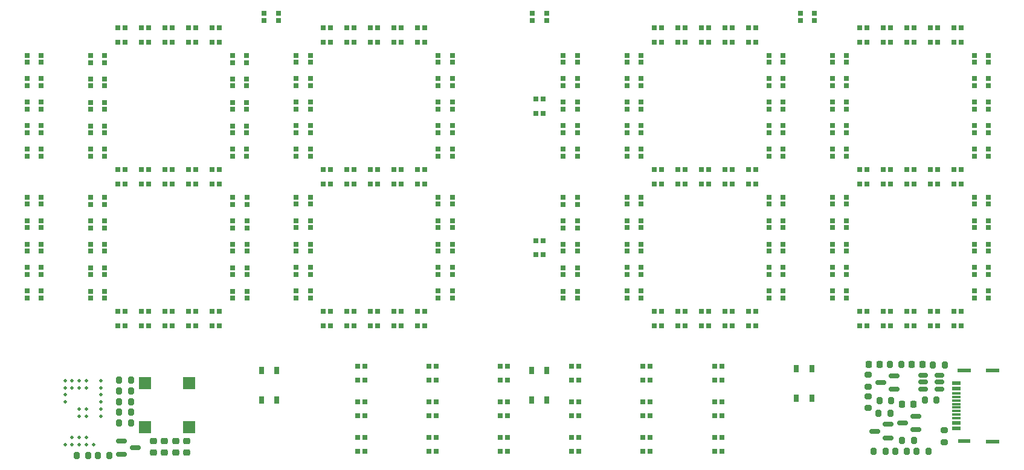
<source format=gbr>
%TF.GenerationSoftware,KiCad,Pcbnew,8.0.2*%
%TF.CreationDate,2024-12-18T00:09:30-05:00*%
%TF.ProjectId,Scoreboard,53636f72-6562-46f6-9172-642e6b696361,rev?*%
%TF.SameCoordinates,Original*%
%TF.FileFunction,Paste,Top*%
%TF.FilePolarity,Positive*%
%FSLAX46Y46*%
G04 Gerber Fmt 4.6, Leading zero omitted, Abs format (unit mm)*
G04 Created by KiCad (PCBNEW 8.0.2) date 2024-12-18 00:09:30*
%MOMM*%
%LPD*%
G01*
G04 APERTURE LIST*
G04 Aperture macros list*
%AMRoundRect*
0 Rectangle with rounded corners*
0 $1 Rounding radius*
0 $2 $3 $4 $5 $6 $7 $8 $9 X,Y pos of 4 corners*
0 Add a 4 corners polygon primitive as box body*
4,1,4,$2,$3,$4,$5,$6,$7,$8,$9,$2,$3,0*
0 Add four circle primitives for the rounded corners*
1,1,$1+$1,$2,$3*
1,1,$1+$1,$4,$5*
1,1,$1+$1,$6,$7*
1,1,$1+$1,$8,$9*
0 Add four rect primitives between the rounded corners*
20,1,$1+$1,$2,$3,$4,$5,0*
20,1,$1+$1,$4,$5,$6,$7,0*
20,1,$1+$1,$6,$7,$8,$9,0*
20,1,$1+$1,$8,$9,$2,$3,0*%
G04 Aperture macros list end*
%ADD10R,0.750000X0.710001*%
%ADD11R,0.710001X0.750000*%
%ADD12RoundRect,0.200000X-0.200000X-0.275000X0.200000X-0.275000X0.200000X0.275000X-0.200000X0.275000X0*%
%ADD13RoundRect,0.200000X0.200000X0.275000X-0.200000X0.275000X-0.200000X-0.275000X0.200000X-0.275000X0*%
%ADD14R,0.650000X1.050000*%
%ADD15R,1.150000X0.600000*%
%ADD16R,1.150000X0.300000*%
%ADD17R,1.700000X0.600000*%
%ADD18R,1.900000X0.600000*%
%ADD19RoundRect,0.200000X0.275000X-0.200000X0.275000X0.200000X-0.275000X0.200000X-0.275000X-0.200000X0*%
%ADD20RoundRect,0.225000X-0.250000X0.225000X-0.250000X-0.225000X0.250000X-0.225000X0.250000X0.225000X0*%
%ADD21RoundRect,0.225000X0.225000X0.250000X-0.225000X0.250000X-0.225000X-0.250000X0.225000X-0.250000X0*%
%ADD22R,1.800000X1.800000*%
%ADD23RoundRect,0.150000X-0.512500X-0.150000X0.512500X-0.150000X0.512500X0.150000X-0.512500X0.150000X0*%
%ADD24C,0.500000*%
%ADD25RoundRect,0.218750X0.218750X0.256250X-0.218750X0.256250X-0.218750X-0.256250X0.218750X-0.256250X0*%
%ADD26RoundRect,0.150000X0.587500X0.150000X-0.587500X0.150000X-0.587500X-0.150000X0.587500X-0.150000X0*%
%ADD27RoundRect,0.225000X-0.225000X-0.250000X0.225000X-0.250000X0.225000X0.250000X-0.225000X0.250000X0*%
%ADD28RoundRect,0.225000X0.250000X-0.225000X0.250000X0.225000X-0.250000X0.225000X-0.250000X-0.225000X0*%
%ADD29RoundRect,0.150000X-0.587500X-0.150000X0.587500X-0.150000X0.587500X0.150000X-0.587500X0.150000X0*%
G04 APERTURE END LIST*
D10*
%TO.C,D117*%
X116440000Y-104795000D03*
X116440000Y-105805000D03*
X118440000Y-105805000D03*
X118440000Y-104795000D03*
%TD*%
%TO.C,D157*%
X173705000Y-112400000D03*
X173705000Y-111390000D03*
X171705000Y-111390000D03*
X171705000Y-112400000D03*
%TD*%
%TO.C,D89*%
X220395000Y-104790000D03*
X220395000Y-105800000D03*
X222395000Y-105800000D03*
X222395000Y-104790000D03*
%TD*%
%TO.C,D119*%
X116440000Y-114695000D03*
X116440000Y-115705000D03*
X118440000Y-115705000D03*
X118440000Y-114695000D03*
%TD*%
D11*
%TO.C,D139*%
X139095000Y-102950000D03*
X140105000Y-102950000D03*
X140105000Y-100950000D03*
X139095000Y-100950000D03*
%TD*%
D12*
%TO.C,R10*%
X210275000Y-158850000D03*
X211925000Y-158850000D03*
%TD*%
D13*
%TO.C,R2*%
X215100000Y-153150000D03*
X213450000Y-153150000D03*
%TD*%
D10*
%TO.C,D6*%
X89655000Y-125700000D03*
X89655000Y-124690000D03*
X87655000Y-124690000D03*
X87655000Y-125700000D03*
%TD*%
%TO.C,D43*%
X173705000Y-115700000D03*
X173705000Y-114690000D03*
X171705000Y-114690000D03*
X171705000Y-115700000D03*
%TD*%
%TO.C,D69*%
X202505000Y-105800000D03*
X202505000Y-104790000D03*
X200505000Y-104790000D03*
X200505000Y-105800000D03*
%TD*%
D11*
%TO.C,D24*%
X164985000Y-158400000D03*
X163975000Y-158400000D03*
X163975000Y-160400000D03*
X164985000Y-160400000D03*
%TD*%
D10*
%TO.C,D4*%
X89655000Y-115700000D03*
X89655000Y-114690000D03*
X87655000Y-114690000D03*
X87655000Y-115700000D03*
%TD*%
%TO.C,D151*%
X145245000Y-134590000D03*
X145245000Y-135600000D03*
X147245000Y-135600000D03*
X147245000Y-134590000D03*
%TD*%
D11*
%TO.C,D79*%
X205360000Y-140745000D03*
X204350000Y-140745000D03*
X204350000Y-142745000D03*
X205360000Y-142745000D03*
%TD*%
%TO.C,D106*%
X114600000Y-120850000D03*
X113590000Y-120850000D03*
X113590000Y-122850000D03*
X114600000Y-122850000D03*
%TD*%
D10*
%TO.C,D33*%
X162805000Y-117990000D03*
X162805000Y-119000000D03*
X164805000Y-119000000D03*
X164805000Y-117990000D03*
%TD*%
D11*
%TO.C,D114*%
X113595000Y-102950000D03*
X114605000Y-102950000D03*
X114605000Y-100950000D03*
X113595000Y-100950000D03*
%TD*%
%TO.C,D12*%
X134985000Y-158400000D03*
X133975000Y-158400000D03*
X133975000Y-160400000D03*
X134985000Y-160400000D03*
%TD*%
D10*
%TO.C,D152*%
X145245000Y-137890000D03*
X145245000Y-138900000D03*
X147245000Y-138900000D03*
X147245000Y-137890000D03*
%TD*%
D11*
%TO.C,D181*%
X135800000Y-122835000D03*
X136810000Y-122835000D03*
X136810000Y-120835000D03*
X135800000Y-120835000D03*
%TD*%
D10*
%TO.C,D130*%
X127355000Y-129000000D03*
X127355000Y-127990000D03*
X125355000Y-127990000D03*
X125355000Y-129000000D03*
%TD*%
%TO.C,D120*%
X116440000Y-117995000D03*
X116440000Y-119005000D03*
X118440000Y-119005000D03*
X118440000Y-117995000D03*
%TD*%
%TO.C,D95*%
X220405000Y-134590000D03*
X220405000Y-135600000D03*
X222405000Y-135600000D03*
X222405000Y-134590000D03*
%TD*%
%TO.C,D30*%
X162805000Y-104790000D03*
X162805000Y-105800000D03*
X164805000Y-105800000D03*
X164805000Y-104790000D03*
%TD*%
%TO.C,D47*%
X173705000Y-135600000D03*
X173705000Y-134590000D03*
X171705000Y-134590000D03*
X171705000Y-135600000D03*
%TD*%
D11*
%TO.C,D135*%
X130210000Y-140745000D03*
X129200000Y-140745000D03*
X129200000Y-142745000D03*
X130210000Y-142745000D03*
%TD*%
D10*
%TO.C,D154*%
X89655000Y-132300000D03*
X89655000Y-131290000D03*
X87655000Y-131290000D03*
X87655000Y-132300000D03*
%TD*%
%TO.C,D127*%
X127355000Y-115700000D03*
X127355000Y-114690000D03*
X125355000Y-114690000D03*
X125355000Y-115700000D03*
%TD*%
D11*
%TO.C,D83*%
X214255000Y-102940000D03*
X215265000Y-102940000D03*
X215265000Y-100940000D03*
X214255000Y-100940000D03*
%TD*%
D14*
%TO.C,SW3*%
X158375000Y-153200000D03*
X158375000Y-149050000D03*
X160525000Y-153200000D03*
X160525000Y-149050000D03*
%TD*%
D12*
%TO.C,R4*%
X214625000Y-148225000D03*
X216275000Y-148225000D03*
%TD*%
D10*
%TO.C,D70*%
X202505000Y-109100000D03*
X202505000Y-108090000D03*
X200505000Y-108090000D03*
X200505000Y-109100000D03*
%TD*%
D11*
%TO.C,D23*%
X164985000Y-148400000D03*
X163975000Y-148400000D03*
X163975000Y-150400000D03*
X164985000Y-150400000D03*
%TD*%
D10*
%TO.C,D7*%
X89655000Y-129000000D03*
X89655000Y-127990000D03*
X87655000Y-127990000D03*
X87655000Y-129000000D03*
%TD*%
%TO.C,D92*%
X220395000Y-117990000D03*
X220395000Y-119000000D03*
X222395000Y-119000000D03*
X222395000Y-117990000D03*
%TD*%
D11*
%TO.C,D168*%
X211960000Y-140745000D03*
X210950000Y-140745000D03*
X210950000Y-142745000D03*
X211960000Y-142745000D03*
%TD*%
D10*
%TO.C,D147*%
X145255000Y-114690000D03*
X145255000Y-115700000D03*
X147255000Y-115700000D03*
X147255000Y-114690000D03*
%TD*%
D15*
%TO.C,J2*%
X217882500Y-157182500D03*
X217882500Y-156382500D03*
D16*
X217882500Y-155232500D03*
X217882500Y-154232500D03*
X217882500Y-153732500D03*
X217882500Y-152732500D03*
D15*
X217882500Y-150782500D03*
X217882500Y-151582500D03*
D16*
X217882500Y-152232500D03*
X217882500Y-153232500D03*
X217882500Y-154732500D03*
X217882500Y-155732500D03*
D17*
X218957500Y-158932500D03*
D18*
X219007500Y-149032500D03*
X223007500Y-158977500D03*
X223007500Y-149007500D03*
%TD*%
D11*
%TO.C,D25*%
X163975000Y-155400000D03*
X164985000Y-155400000D03*
X164985000Y-153400000D03*
X163975000Y-153400000D03*
%TD*%
%TO.C,D173*%
X106995000Y-102950000D03*
X108005000Y-102950000D03*
X108005000Y-100950000D03*
X106995000Y-100950000D03*
%TD*%
%TO.C,D16*%
X143975000Y-155400000D03*
X144985000Y-155400000D03*
X144985000Y-153400000D03*
X143975000Y-153400000D03*
%TD*%
D10*
%TO.C,D36*%
X162800000Y-134595000D03*
X162800000Y-135605000D03*
X164800000Y-135605000D03*
X164800000Y-134595000D03*
%TD*%
D11*
%TO.C,D40*%
X185005000Y-158400000D03*
X183995000Y-158400000D03*
X183995000Y-160400000D03*
X185005000Y-160400000D03*
%TD*%
%TO.C,D174*%
X108000000Y-120850000D03*
X106990000Y-120850000D03*
X106990000Y-122850000D03*
X108000000Y-122850000D03*
%TD*%
D10*
%TO.C,D34*%
X162800000Y-124695000D03*
X162800000Y-125705000D03*
X164800000Y-125705000D03*
X164800000Y-124695000D03*
%TD*%
%TO.C,D44*%
X173705000Y-119000000D03*
X173705000Y-117990000D03*
X171705000Y-117990000D03*
X171705000Y-119000000D03*
%TD*%
D11*
%TO.C,D19*%
X154985000Y-158400000D03*
X153975000Y-158400000D03*
X153975000Y-160400000D03*
X154985000Y-160400000D03*
%TD*%
D19*
%TO.C,R1*%
X216200000Y-159100000D03*
X216200000Y-157450000D03*
%TD*%
D10*
%TO.C,D156*%
X162800000Y-131295000D03*
X162800000Y-132305000D03*
X164800000Y-132305000D03*
X164800000Y-131295000D03*
%TD*%
D14*
%TO.C,SW1*%
X195475000Y-152950000D03*
X195475000Y-148800000D03*
X197625000Y-152950000D03*
X197625000Y-148800000D03*
%TD*%
D12*
%TO.C,R8*%
X207100000Y-153225000D03*
X208750000Y-153225000D03*
%TD*%
D10*
%TO.C,D13*%
X196025000Y-98920000D03*
X196025000Y-99930000D03*
X198025000Y-99930000D03*
X198025000Y-98920000D03*
%TD*%
%TO.C,D65*%
X191605000Y-124690000D03*
X191605000Y-125700000D03*
X193605000Y-125700000D03*
X193605000Y-124690000D03*
%TD*%
D11*
%TO.C,D87*%
X217550000Y-122845000D03*
X218560000Y-122845000D03*
X218560000Y-120845000D03*
X217550000Y-120845000D03*
%TD*%
%TO.C,D49*%
X175550000Y-102945000D03*
X176560000Y-102945000D03*
X176560000Y-100945000D03*
X175550000Y-100945000D03*
%TD*%
%TO.C,D38*%
X185005000Y-148400000D03*
X183995000Y-148400000D03*
X183995000Y-150400000D03*
X185005000Y-150400000D03*
%TD*%
D10*
%TO.C,D41*%
X173705000Y-105800000D03*
X173705000Y-104790000D03*
X171705000Y-104790000D03*
X171705000Y-105800000D03*
%TD*%
%TO.C,D31*%
X162805000Y-108090000D03*
X162805000Y-109100000D03*
X164805000Y-109100000D03*
X164805000Y-108090000D03*
%TD*%
D12*
%TO.C,R9*%
X206325000Y-160375000D03*
X207975000Y-160375000D03*
%TD*%
D10*
%TO.C,D100*%
X98550000Y-119005000D03*
X98550000Y-117995000D03*
X96550000Y-117995000D03*
X96550000Y-119005000D03*
%TD*%
%TO.C,D64*%
X191605000Y-117990000D03*
X191605000Y-119000000D03*
X193605000Y-119000000D03*
X193605000Y-117990000D03*
%TD*%
D20*
%TO.C,C5*%
X105350000Y-158950000D03*
X105350000Y-160500000D03*
%TD*%
D11*
%TO.C,D77*%
X204355000Y-102940000D03*
X205365000Y-102940000D03*
X205365000Y-100940000D03*
X204355000Y-100940000D03*
%TD*%
%TO.C,D60*%
X189760000Y-140745000D03*
X188750000Y-140745000D03*
X188750000Y-142745000D03*
X189760000Y-142745000D03*
%TD*%
D10*
%TO.C,D5*%
X89655000Y-119000000D03*
X89655000Y-117990000D03*
X87655000Y-117990000D03*
X87655000Y-119000000D03*
%TD*%
D13*
%TO.C,R16*%
X102225000Y-154900000D03*
X100575000Y-154900000D03*
%TD*%
D10*
%TO.C,D184*%
X145245000Y-131290000D03*
X145245000Y-132300000D03*
X147245000Y-132300000D03*
X147245000Y-131290000D03*
%TD*%
D11*
%TO.C,D15*%
X144985000Y-158400000D03*
X143975000Y-158400000D03*
X143975000Y-160400000D03*
X144985000Y-160400000D03*
%TD*%
%TO.C,D21*%
X158945000Y-112925000D03*
X159955000Y-112925000D03*
X159955000Y-110925000D03*
X158945000Y-110925000D03*
%TD*%
D12*
%TO.C,R11*%
X94575000Y-160950000D03*
X96225000Y-160950000D03*
%TD*%
D11*
%TO.C,D82*%
X208660000Y-140745000D03*
X207650000Y-140745000D03*
X207650000Y-142745000D03*
X208660000Y-142745000D03*
%TD*%
%TO.C,D59*%
X176555000Y-120850000D03*
X175545000Y-120850000D03*
X175545000Y-122850000D03*
X176555000Y-122850000D03*
%TD*%
D10*
%TO.C,D153*%
X89655000Y-112400000D03*
X89655000Y-111390000D03*
X87655000Y-111390000D03*
X87655000Y-112400000D03*
%TD*%
D11*
%TO.C,D115*%
X101400000Y-120850000D03*
X100390000Y-120850000D03*
X100390000Y-122850000D03*
X101400000Y-122850000D03*
%TD*%
D10*
%TO.C,D170*%
X220405000Y-131290000D03*
X220405000Y-132300000D03*
X222405000Y-132300000D03*
X222405000Y-131290000D03*
%TD*%
D11*
%TO.C,D112*%
X104700000Y-120850000D03*
X103690000Y-120850000D03*
X103690000Y-122850000D03*
X104700000Y-122850000D03*
%TD*%
%TO.C,D108*%
X103695000Y-102950000D03*
X104705000Y-102950000D03*
X104705000Y-100950000D03*
X103695000Y-100950000D03*
%TD*%
%TO.C,D11*%
X133975000Y-155400000D03*
X134985000Y-155400000D03*
X134985000Y-153400000D03*
X133975000Y-153400000D03*
%TD*%
%TO.C,D159*%
X182150000Y-102945000D03*
X183160000Y-102945000D03*
X183160000Y-100945000D03*
X182150000Y-100945000D03*
%TD*%
%TO.C,D26*%
X158945000Y-132800000D03*
X159955000Y-132800000D03*
X159955000Y-130800000D03*
X158945000Y-130800000D03*
%TD*%
D10*
%TO.C,D178*%
X127355000Y-112400000D03*
X127355000Y-111390000D03*
X125355000Y-111390000D03*
X125355000Y-112400000D03*
%TD*%
D19*
%TO.C,R6*%
X205550000Y-151300000D03*
X205550000Y-149650000D03*
%TD*%
D10*
%TO.C,D67*%
X191605000Y-134590000D03*
X191605000Y-135600000D03*
X193605000Y-135600000D03*
X193605000Y-134590000D03*
%TD*%
D11*
%TO.C,D142*%
X142395000Y-102950000D03*
X143405000Y-102950000D03*
X143405000Y-100950000D03*
X142395000Y-100950000D03*
%TD*%
%TO.C,D113*%
X111305000Y-140740000D03*
X110295000Y-140740000D03*
X110295000Y-142740000D03*
X111305000Y-142740000D03*
%TD*%
D10*
%TO.C,D42*%
X173705000Y-109100000D03*
X173705000Y-108090000D03*
X171705000Y-108090000D03*
X171705000Y-109100000D03*
%TD*%
D11*
%TO.C,D50*%
X189755000Y-120850000D03*
X188745000Y-120850000D03*
X188745000Y-122850000D03*
X189755000Y-122850000D03*
%TD*%
D10*
%TO.C,D123*%
X116450000Y-134595000D03*
X116450000Y-135605000D03*
X118450000Y-135605000D03*
X118450000Y-134595000D03*
%TD*%
D21*
%TO.C,C1*%
X207150000Y-148200000D03*
X205600000Y-148200000D03*
%TD*%
D11*
%TO.C,D167*%
X210950000Y-122845000D03*
X211960000Y-122845000D03*
X211960000Y-120845000D03*
X210950000Y-120845000D03*
%TD*%
D13*
%TO.C,R15*%
X102225000Y-156400000D03*
X100575000Y-156400000D03*
%TD*%
D10*
%TO.C,D103*%
X98550000Y-135605000D03*
X98550000Y-134595000D03*
X96550000Y-134595000D03*
X96550000Y-135605000D03*
%TD*%
D11*
%TO.C,D51*%
X176560000Y-140745000D03*
X175550000Y-140745000D03*
X175550000Y-142745000D03*
X176560000Y-142745000D03*
%TD*%
%TO.C,D182*%
X136810000Y-140745000D03*
X135800000Y-140745000D03*
X135800000Y-142745000D03*
X136810000Y-142745000D03*
%TD*%
D10*
%TO.C,D126*%
X127355000Y-109100000D03*
X127355000Y-108090000D03*
X125355000Y-108090000D03*
X125355000Y-109100000D03*
%TD*%
%TO.C,D8*%
X89655000Y-135600000D03*
X89655000Y-134590000D03*
X87655000Y-134590000D03*
X87655000Y-135600000D03*
%TD*%
D11*
%TO.C,D10*%
X134985000Y-148400000D03*
X133975000Y-148400000D03*
X133975000Y-150400000D03*
X134985000Y-150400000D03*
%TD*%
D10*
%TO.C,D124*%
X116450000Y-137895000D03*
X116450000Y-138905000D03*
X118450000Y-138905000D03*
X118450000Y-137895000D03*
%TD*%
%TO.C,D96*%
X220405000Y-137890000D03*
X220405000Y-138900000D03*
X222405000Y-138900000D03*
X222405000Y-137890000D03*
%TD*%
D22*
%TO.C,BZ1*%
X104175000Y-150825000D03*
X110325000Y-150825000D03*
X104175000Y-156975000D03*
X110325000Y-156975000D03*
%TD*%
D10*
%TO.C,D102*%
X98550000Y-129005000D03*
X98550000Y-127995000D03*
X96550000Y-127995000D03*
X96550000Y-129005000D03*
%TD*%
D11*
%TO.C,D175*%
X108005000Y-140740000D03*
X106995000Y-140740000D03*
X106995000Y-142740000D03*
X108005000Y-142740000D03*
%TD*%
D10*
%TO.C,D37*%
X162800000Y-137895000D03*
X162800000Y-138905000D03*
X164800000Y-138905000D03*
X164800000Y-137895000D03*
%TD*%
D12*
%TO.C,R7*%
X207000000Y-155075000D03*
X208650000Y-155075000D03*
%TD*%
D13*
%TO.C,R18*%
X102225000Y-150400000D03*
X100575000Y-150400000D03*
%TD*%
D10*
%TO.C,D146*%
X145255000Y-108090000D03*
X145255000Y-109100000D03*
X147255000Y-109100000D03*
X147255000Y-108090000D03*
%TD*%
D11*
%TO.C,D54*%
X179860000Y-140745000D03*
X178850000Y-140745000D03*
X178850000Y-142745000D03*
X179860000Y-142745000D03*
%TD*%
%TO.C,D134*%
X129200000Y-122835000D03*
X130210000Y-122835000D03*
X130210000Y-120835000D03*
X129200000Y-120835000D03*
%TD*%
D19*
%TO.C,R5*%
X205550000Y-154300000D03*
X205550000Y-152650000D03*
%TD*%
D10*
%TO.C,D131*%
X127355000Y-135600000D03*
X127355000Y-134590000D03*
X125355000Y-134590000D03*
X125355000Y-135600000D03*
%TD*%
D11*
%TO.C,D55*%
X185450000Y-102945000D03*
X186460000Y-102945000D03*
X186460000Y-100945000D03*
X185450000Y-100945000D03*
%TD*%
D10*
%TO.C,D94*%
X220405000Y-127990000D03*
X220405000Y-129000000D03*
X222405000Y-129000000D03*
X222405000Y-127990000D03*
%TD*%
%TO.C,D75*%
X202505000Y-135600000D03*
X202505000Y-134590000D03*
X200505000Y-134590000D03*
X200505000Y-135600000D03*
%TD*%
%TO.C,D145*%
X145255000Y-104790000D03*
X145255000Y-105800000D03*
X147255000Y-105800000D03*
X147255000Y-104790000D03*
%TD*%
%TO.C,D125*%
X127355000Y-105800000D03*
X127355000Y-104790000D03*
X125355000Y-104790000D03*
X125355000Y-105800000D03*
%TD*%
D11*
%TO.C,D166*%
X210955000Y-102940000D03*
X211965000Y-102940000D03*
X211965000Y-100940000D03*
X210955000Y-100940000D03*
%TD*%
%TO.C,D56*%
X179855000Y-120850000D03*
X178845000Y-120850000D03*
X178845000Y-122850000D03*
X179855000Y-122850000D03*
%TD*%
D10*
%TO.C,D66*%
X191605000Y-127990000D03*
X191605000Y-129000000D03*
X193605000Y-129000000D03*
X193605000Y-127990000D03*
%TD*%
D11*
%TO.C,D137*%
X132500000Y-122835000D03*
X133510000Y-122835000D03*
X133510000Y-120835000D03*
X132500000Y-120835000D03*
%TD*%
D12*
%TO.C,R3*%
X208550000Y-148200000D03*
X210200000Y-148200000D03*
%TD*%
D13*
%TO.C,R12*%
X210975000Y-160375000D03*
X209325000Y-160375000D03*
%TD*%
D10*
%TO.C,D104*%
X98550000Y-138905000D03*
X98550000Y-137895000D03*
X96550000Y-137895000D03*
X96550000Y-138905000D03*
%TD*%
%TO.C,D93*%
X220405000Y-124690000D03*
X220405000Y-125700000D03*
X222405000Y-125700000D03*
X222405000Y-124690000D03*
%TD*%
D11*
%TO.C,D29*%
X173975000Y-155400000D03*
X174985000Y-155400000D03*
X174985000Y-153400000D03*
X173975000Y-153400000D03*
%TD*%
%TO.C,D58*%
X188750000Y-102945000D03*
X189760000Y-102945000D03*
X189760000Y-100945000D03*
X188750000Y-100945000D03*
%TD*%
D10*
%TO.C,D3*%
X89655000Y-109100000D03*
X89655000Y-108090000D03*
X87655000Y-108090000D03*
X87655000Y-109100000D03*
%TD*%
D11*
%TO.C,D136*%
X132495000Y-102950000D03*
X133505000Y-102950000D03*
X133505000Y-100950000D03*
X132495000Y-100950000D03*
%TD*%
D23*
%TO.C,J3*%
X213275000Y-149725000D03*
X213275000Y-150675000D03*
X213275000Y-151625000D03*
X215550000Y-151625000D03*
X215550000Y-150675000D03*
X215550000Y-149725000D03*
%TD*%
D24*
%TO.C,U1*%
X92970000Y-159451000D03*
X93970000Y-159451000D03*
X94970000Y-159451000D03*
X95970000Y-159451000D03*
X96970000Y-159451000D03*
X93970000Y-158451000D03*
X94970000Y-158451000D03*
X95970000Y-158451000D03*
X97970000Y-155451000D03*
X97970000Y-154451000D03*
X97970000Y-153451000D03*
X97970000Y-152451000D03*
X97970000Y-151451000D03*
X97970000Y-150451000D03*
X95970000Y-150451000D03*
X94970000Y-150451000D03*
X93970000Y-150451000D03*
X92970000Y-150451000D03*
X95970000Y-151451000D03*
X94970000Y-151451000D03*
X93970000Y-151451000D03*
X92970000Y-151451000D03*
X92970000Y-152451000D03*
X92970000Y-153451000D03*
X94970000Y-154451000D03*
X95970000Y-154451000D03*
X94970000Y-155451000D03*
X95970000Y-155451000D03*
%TD*%
D10*
%TO.C,D132*%
X127355000Y-138900000D03*
X127355000Y-137890000D03*
X125355000Y-137890000D03*
X125355000Y-138900000D03*
%TD*%
%TO.C,D17*%
X158450000Y-98920000D03*
X158450000Y-99930000D03*
X160450000Y-99930000D03*
X160450000Y-98920000D03*
%TD*%
%TO.C,D61*%
X191605000Y-104790000D03*
X191605000Y-105800000D03*
X193605000Y-105800000D03*
X193605000Y-104790000D03*
%TD*%
D25*
%TO.C,D1*%
X213175000Y-148200000D03*
X211600000Y-148200000D03*
%TD*%
D11*
%TO.C,D53*%
X186455000Y-120850000D03*
X185445000Y-120850000D03*
X185445000Y-122850000D03*
X186455000Y-122850000D03*
%TD*%
D26*
%TO.C,Q3*%
X212187500Y-157350000D03*
X212187500Y-155450000D03*
X210312500Y-156400000D03*
%TD*%
D10*
%TO.C,D177*%
X116450000Y-131295000D03*
X116450000Y-132305000D03*
X118450000Y-132305000D03*
X118450000Y-131295000D03*
%TD*%
D11*
%TO.C,D57*%
X186460000Y-140745000D03*
X185450000Y-140745000D03*
X185450000Y-142745000D03*
X186460000Y-142745000D03*
%TD*%
D10*
%TO.C,D32*%
X162805000Y-114690000D03*
X162805000Y-115700000D03*
X164805000Y-115700000D03*
X164805000Y-114690000D03*
%TD*%
D11*
%TO.C,D180*%
X135795000Y-102950000D03*
X136805000Y-102950000D03*
X136805000Y-100950000D03*
X135795000Y-100950000D03*
%TD*%
D10*
%TO.C,D164*%
X202505000Y-112400000D03*
X202505000Y-111390000D03*
X200505000Y-111390000D03*
X200505000Y-112400000D03*
%TD*%
D11*
%TO.C,D18*%
X154985000Y-148400000D03*
X153975000Y-148400000D03*
X153975000Y-150400000D03*
X154985000Y-150400000D03*
%TD*%
%TO.C,D22*%
X153975000Y-155400000D03*
X154985000Y-155400000D03*
X154985000Y-153400000D03*
X153975000Y-153400000D03*
%TD*%
D10*
%TO.C,D63*%
X191605000Y-114690000D03*
X191605000Y-115700000D03*
X193605000Y-115700000D03*
X193605000Y-114690000D03*
%TD*%
%TO.C,D101*%
X98550000Y-125705000D03*
X98550000Y-124695000D03*
X96550000Y-124695000D03*
X96550000Y-125705000D03*
%TD*%
D11*
%TO.C,D144*%
X143410000Y-140745000D03*
X142400000Y-140745000D03*
X142400000Y-142745000D03*
X143410000Y-142745000D03*
%TD*%
D10*
%TO.C,D35*%
X162800000Y-127995000D03*
X162800000Y-129005000D03*
X164800000Y-129005000D03*
X164800000Y-127995000D03*
%TD*%
D11*
%TO.C,D161*%
X183160000Y-140745000D03*
X182150000Y-140745000D03*
X182150000Y-142745000D03*
X183160000Y-142745000D03*
%TD*%
%TO.C,D28*%
X174985000Y-158400000D03*
X173975000Y-158400000D03*
X173975000Y-160400000D03*
X174985000Y-160400000D03*
%TD*%
D10*
%TO.C,D163*%
X191605000Y-131290000D03*
X191605000Y-132300000D03*
X193605000Y-132300000D03*
X193605000Y-131290000D03*
%TD*%
D11*
%TO.C,D78*%
X204350000Y-122845000D03*
X205360000Y-122845000D03*
X205360000Y-120845000D03*
X204350000Y-120845000D03*
%TD*%
D10*
%TO.C,D48*%
X173705000Y-138900000D03*
X173705000Y-137890000D03*
X171705000Y-137890000D03*
X171705000Y-138900000D03*
%TD*%
D11*
%TO.C,D141*%
X140110000Y-140745000D03*
X139100000Y-140745000D03*
X139100000Y-142745000D03*
X140110000Y-142745000D03*
%TD*%
D10*
%TO.C,D98*%
X98550000Y-109105000D03*
X98550000Y-108095000D03*
X96550000Y-108095000D03*
X96550000Y-109105000D03*
%TD*%
%TO.C,D149*%
X145245000Y-124690000D03*
X145245000Y-125700000D03*
X147245000Y-125700000D03*
X147245000Y-124690000D03*
%TD*%
%TO.C,D2*%
X89655000Y-105800000D03*
X89655000Y-104790000D03*
X87655000Y-104790000D03*
X87655000Y-105800000D03*
%TD*%
%TO.C,D90*%
X220395000Y-108090000D03*
X220395000Y-109100000D03*
X222395000Y-109100000D03*
X222395000Y-108090000D03*
%TD*%
%TO.C,D45*%
X173705000Y-125700000D03*
X173705000Y-124690000D03*
X171705000Y-124690000D03*
X171705000Y-125700000D03*
%TD*%
D11*
%TO.C,D14*%
X144985000Y-148400000D03*
X143975000Y-148400000D03*
X143975000Y-150400000D03*
X144985000Y-150400000D03*
%TD*%
%TO.C,D52*%
X178850000Y-102945000D03*
X179860000Y-102945000D03*
X179860000Y-100945000D03*
X178850000Y-100945000D03*
%TD*%
D14*
%TO.C,SW2*%
X120525000Y-153200000D03*
X120525000Y-149050000D03*
X122675000Y-153200000D03*
X122675000Y-149050000D03*
%TD*%
D11*
%TO.C,D86*%
X217555000Y-102940000D03*
X218565000Y-102940000D03*
X218565000Y-100940000D03*
X217555000Y-100940000D03*
%TD*%
D10*
%TO.C,D165*%
X202505000Y-132300000D03*
X202505000Y-131290000D03*
X200505000Y-131290000D03*
X200505000Y-132300000D03*
%TD*%
D13*
%TO.C,R14*%
X99225000Y-160950000D03*
X97575000Y-160950000D03*
%TD*%
D11*
%TO.C,D85*%
X215260000Y-140745000D03*
X214250000Y-140745000D03*
X214250000Y-142745000D03*
X215260000Y-142745000D03*
%TD*%
D27*
%TO.C,C2*%
X210300000Y-153775000D03*
X211850000Y-153775000D03*
%TD*%
D10*
%TO.C,D162*%
X191605000Y-111390000D03*
X191605000Y-112400000D03*
X193605000Y-112400000D03*
X193605000Y-111390000D03*
%TD*%
D26*
%TO.C,Q1*%
X209187500Y-151675000D03*
X209187500Y-149775000D03*
X207312500Y-150725000D03*
%TD*%
D11*
%TO.C,D160*%
X183155000Y-120850000D03*
X182145000Y-120850000D03*
X182145000Y-122850000D03*
X183155000Y-122850000D03*
%TD*%
D10*
%TO.C,D171*%
X98550000Y-112405000D03*
X98550000Y-111395000D03*
X96550000Y-111395000D03*
X96550000Y-112405000D03*
%TD*%
D11*
%TO.C,D80*%
X207655000Y-102940000D03*
X208665000Y-102940000D03*
X208665000Y-100940000D03*
X207655000Y-100940000D03*
%TD*%
D10*
%TO.C,D118*%
X116440000Y-108095000D03*
X116440000Y-109105000D03*
X118440000Y-109105000D03*
X118440000Y-108095000D03*
%TD*%
%TO.C,D121*%
X116450000Y-124695000D03*
X116450000Y-125705000D03*
X118450000Y-125705000D03*
X118450000Y-124695000D03*
%TD*%
%TO.C,D169*%
X220395000Y-111390000D03*
X220395000Y-112400000D03*
X222395000Y-112400000D03*
X222395000Y-111390000D03*
%TD*%
%TO.C,D9*%
X89655000Y-138900000D03*
X89655000Y-137890000D03*
X87655000Y-137890000D03*
X87655000Y-138900000D03*
%TD*%
D11*
%TO.C,D110*%
X104705000Y-140740000D03*
X103695000Y-140740000D03*
X103695000Y-142740000D03*
X104705000Y-142740000D03*
%TD*%
D10*
%TO.C,D72*%
X202505000Y-119000000D03*
X202505000Y-117990000D03*
X200505000Y-117990000D03*
X200505000Y-119000000D03*
%TD*%
D11*
%TO.C,D140*%
X139100000Y-122835000D03*
X140110000Y-122835000D03*
X140110000Y-120835000D03*
X139100000Y-120835000D03*
%TD*%
D10*
%TO.C,D74*%
X202505000Y-129000000D03*
X202505000Y-127990000D03*
X200505000Y-127990000D03*
X200505000Y-129000000D03*
%TD*%
%TO.C,D150*%
X145245000Y-127990000D03*
X145245000Y-129000000D03*
X147245000Y-129000000D03*
X147245000Y-127990000D03*
%TD*%
D11*
%TO.C,D116*%
X114605000Y-140740000D03*
X113595000Y-140740000D03*
X113595000Y-142740000D03*
X114605000Y-142740000D03*
%TD*%
D12*
%TO.C,R19*%
X100575000Y-153400000D03*
X102225000Y-153400000D03*
%TD*%
D10*
%TO.C,D91*%
X220395000Y-114690000D03*
X220395000Y-115700000D03*
X222395000Y-115700000D03*
X222395000Y-114690000D03*
%TD*%
%TO.C,D99*%
X98550000Y-115705000D03*
X98550000Y-114695000D03*
X96550000Y-114695000D03*
X96550000Y-115705000D03*
%TD*%
D11*
%TO.C,D143*%
X142400000Y-122835000D03*
X143410000Y-122835000D03*
X143410000Y-120835000D03*
X142400000Y-120835000D03*
%TD*%
D10*
%TO.C,D129*%
X127355000Y-125700000D03*
X127355000Y-124690000D03*
X125355000Y-124690000D03*
X125355000Y-125700000D03*
%TD*%
D26*
%TO.C,Q2*%
X208300000Y-158500000D03*
X208300000Y-156600000D03*
X206425000Y-157550000D03*
%TD*%
D12*
%TO.C,R13*%
X212325000Y-160375000D03*
X213975000Y-160375000D03*
%TD*%
D11*
%TO.C,D27*%
X174985000Y-148400000D03*
X173975000Y-148400000D03*
X173975000Y-150400000D03*
X174985000Y-150400000D03*
%TD*%
%TO.C,D39*%
X183995000Y-155400000D03*
X185005000Y-155400000D03*
X185005000Y-153400000D03*
X183995000Y-153400000D03*
%TD*%
%TO.C,D107*%
X101405000Y-140740000D03*
X100395000Y-140740000D03*
X100395000Y-142740000D03*
X101405000Y-142740000D03*
%TD*%
%TO.C,D84*%
X214250000Y-122845000D03*
X215260000Y-122845000D03*
X215260000Y-120845000D03*
X214250000Y-120845000D03*
%TD*%
%TO.C,D111*%
X110295000Y-102950000D03*
X111305000Y-102950000D03*
X111305000Y-100950000D03*
X110295000Y-100950000D03*
%TD*%
D10*
%TO.C,D46*%
X173705000Y-129000000D03*
X173705000Y-127990000D03*
X171705000Y-127990000D03*
X171705000Y-129000000D03*
%TD*%
D28*
%TO.C,C4*%
X108500000Y-160500000D03*
X108500000Y-158950000D03*
%TD*%
D11*
%TO.C,D109*%
X111300000Y-120850000D03*
X110290000Y-120850000D03*
X110290000Y-122850000D03*
X111300000Y-122850000D03*
%TD*%
D10*
%TO.C,D97*%
X98550000Y-105805000D03*
X98550000Y-104795000D03*
X96550000Y-104795000D03*
X96550000Y-105805000D03*
%TD*%
%TO.C,D76*%
X202505000Y-138900000D03*
X202505000Y-137890000D03*
X200505000Y-137890000D03*
X200505000Y-138900000D03*
%TD*%
%TO.C,D179*%
X127355000Y-132300000D03*
X127355000Y-131290000D03*
X125355000Y-131290000D03*
X125355000Y-132300000D03*
%TD*%
D11*
%TO.C,D105*%
X100395000Y-102950000D03*
X101405000Y-102950000D03*
X101405000Y-100950000D03*
X100395000Y-100950000D03*
%TD*%
%TO.C,D88*%
X218560000Y-140745000D03*
X217550000Y-140745000D03*
X217550000Y-142745000D03*
X218560000Y-142745000D03*
%TD*%
D28*
%TO.C,C6*%
X106925000Y-160500000D03*
X106925000Y-158950000D03*
%TD*%
D11*
%TO.C,D138*%
X133510000Y-140745000D03*
X132500000Y-140745000D03*
X132500000Y-142745000D03*
X133510000Y-142745000D03*
%TD*%
D10*
%TO.C,D20*%
X120875000Y-98920000D03*
X120875000Y-99930000D03*
X122875000Y-99930000D03*
X122875000Y-98920000D03*
%TD*%
D11*
%TO.C,D81*%
X207650000Y-122845000D03*
X208660000Y-122845000D03*
X208660000Y-120845000D03*
X207650000Y-120845000D03*
%TD*%
D13*
%TO.C,R17*%
X102225000Y-151900000D03*
X100575000Y-151900000D03*
%TD*%
D10*
%TO.C,D73*%
X202505000Y-125700000D03*
X202505000Y-124690000D03*
X200505000Y-124690000D03*
X200505000Y-125700000D03*
%TD*%
%TO.C,D155*%
X162805000Y-111390000D03*
X162805000Y-112400000D03*
X164805000Y-112400000D03*
X164805000Y-111390000D03*
%TD*%
D29*
%TO.C,Q4*%
X100912500Y-158900000D03*
X100912500Y-160800000D03*
X102787500Y-159850000D03*
%TD*%
D10*
%TO.C,D158*%
X173705000Y-132300000D03*
X173705000Y-131290000D03*
X171705000Y-131290000D03*
X171705000Y-132300000D03*
%TD*%
%TO.C,D183*%
X145255000Y-111390000D03*
X145255000Y-112400000D03*
X147255000Y-112400000D03*
X147255000Y-111390000D03*
%TD*%
%TO.C,D148*%
X145255000Y-117990000D03*
X145255000Y-119000000D03*
X147255000Y-119000000D03*
X147255000Y-117990000D03*
%TD*%
%TO.C,D176*%
X116440000Y-111395000D03*
X116440000Y-112405000D03*
X118440000Y-112405000D03*
X118440000Y-111395000D03*
%TD*%
D20*
%TO.C,C3*%
X110000000Y-158950000D03*
X110000000Y-160500000D03*
%TD*%
D10*
%TO.C,D172*%
X98550000Y-132305000D03*
X98550000Y-131295000D03*
X96550000Y-131295000D03*
X96550000Y-132305000D03*
%TD*%
%TO.C,D71*%
X202505000Y-115700000D03*
X202505000Y-114690000D03*
X200505000Y-114690000D03*
X200505000Y-115700000D03*
%TD*%
%TO.C,D62*%
X191605000Y-108090000D03*
X191605000Y-109100000D03*
X193605000Y-109100000D03*
X193605000Y-108090000D03*
%TD*%
D11*
%TO.C,D133*%
X129195000Y-102950000D03*
X130205000Y-102950000D03*
X130205000Y-100950000D03*
X129195000Y-100950000D03*
%TD*%
D10*
%TO.C,D128*%
X127355000Y-119000000D03*
X127355000Y-117990000D03*
X125355000Y-117990000D03*
X125355000Y-119000000D03*
%TD*%
%TO.C,D122*%
X116450000Y-127995000D03*
X116450000Y-129005000D03*
X118450000Y-129005000D03*
X118450000Y-127995000D03*
%TD*%
%TO.C,D68*%
X191605000Y-137890000D03*
X191605000Y-138900000D03*
X193605000Y-138900000D03*
X193605000Y-137890000D03*
%TD*%
M02*

</source>
